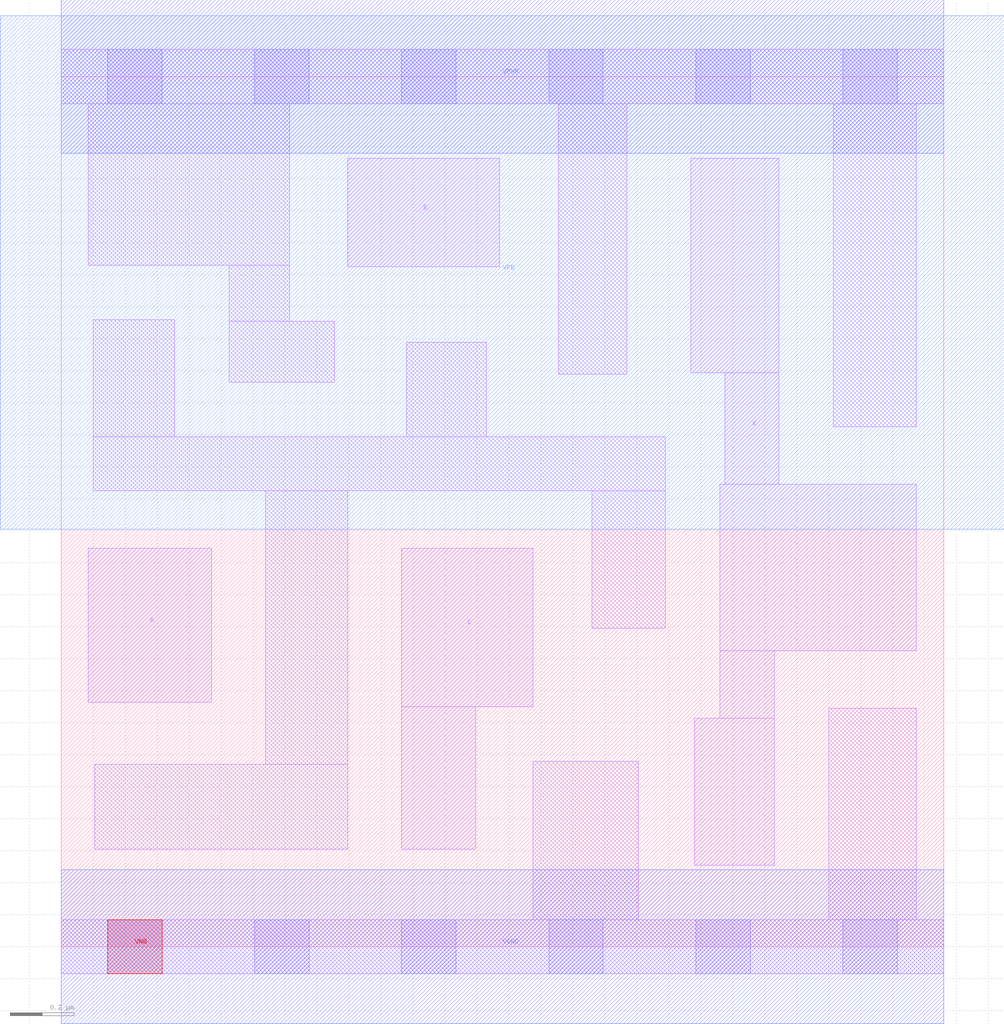
<source format=lef>
# Copyright 2020 The SkyWater PDK Authors
#
# Licensed under the Apache License, Version 2.0 (the "License");
# you may not use this file except in compliance with the License.
# You may obtain a copy of the License at
#
#     https://www.apache.org/licenses/LICENSE-2.0
#
# Unless required by applicable law or agreed to in writing, software
# distributed under the License is distributed on an "AS IS" BASIS,
# WITHOUT WARRANTIES OR CONDITIONS OF ANY KIND, either express or implied.
# See the License for the specific language governing permissions and
# limitations under the License.
#
# SPDX-License-Identifier: Apache-2.0

VERSION 5.7 ;
  NOWIREEXTENSIONATPIN ON ;
  DIVIDERCHAR "/" ;
  BUSBITCHARS "[]" ;
MACRO sky130_fd_sc_hd__and3_2
  CLASS CORE ;
  FOREIGN sky130_fd_sc_hd__and3_2 ;
  ORIGIN  0.000000  0.000000 ;
  SIZE  2.760000 BY  2.720000 ;
  SYMMETRY X Y R90 ;
  SITE unithd ;
  PIN A
    ANTENNAGATEAREA  0.126000 ;
    DIRECTION INPUT ;
    USE SIGNAL ;
    PORT
      LAYER li1 ;
        RECT 0.085000 0.765000 0.470000 1.245000 ;
    END
  END A
  PIN B
    ANTENNAGATEAREA  0.126000 ;
    DIRECTION INPUT ;
    USE SIGNAL ;
    PORT
      LAYER li1 ;
        RECT 0.895000 2.125000 1.370000 2.465000 ;
    END
  END B
  PIN C
    ANTENNAGATEAREA  0.126000 ;
    DIRECTION INPUT ;
    USE SIGNAL ;
    PORT
      LAYER li1 ;
        RECT 1.065000 0.305000 1.295000 0.750000 ;
        RECT 1.065000 0.750000 1.475000 1.245000 ;
    END
  END C
  PIN VNB
    PORT
      LAYER pwell ;
        RECT 0.145000 -0.085000 0.315000 0.085000 ;
    END
  END VNB
  PIN VPB
    PORT
      LAYER nwell ;
        RECT -0.190000 1.305000 2.950000 2.910000 ;
    END
  END VPB
  PIN X
    ANTENNADIFFAREA  0.445500 ;
    DIRECTION OUTPUT ;
    USE SIGNAL ;
    PORT
      LAYER li1 ;
        RECT 1.970000 1.795000 2.245000 2.465000 ;
        RECT 1.980000 0.255000 2.230000 0.715000 ;
        RECT 2.060000 0.715000 2.230000 0.925000 ;
        RECT 2.060000 0.925000 2.675000 1.445000 ;
        RECT 2.075000 1.445000 2.245000 1.795000 ;
    END
  END X
  PIN VGND
    DIRECTION INOUT ;
    SHAPE ABUTMENT ;
    USE GROUND ;
    PORT
      LAYER met1 ;
        RECT 0.000000 -0.240000 2.760000 0.240000 ;
    END
  END VGND
  PIN VPWR
    DIRECTION INOUT ;
    SHAPE ABUTMENT ;
    USE POWER ;
    PORT
      LAYER met1 ;
        RECT 0.000000 2.480000 2.760000 2.960000 ;
    END
  END VPWR
  OBS
    LAYER li1 ;
      RECT 0.000000 -0.085000 2.760000 0.085000 ;
      RECT 0.000000  2.635000 2.760000 2.805000 ;
      RECT 0.085000  2.130000 0.715000 2.635000 ;
      RECT 0.100000  1.425000 1.890000 1.595000 ;
      RECT 0.100000  1.595000 0.355000 1.960000 ;
      RECT 0.105000  0.305000 0.895000 0.570000 ;
      RECT 0.525000  1.765000 0.855000 1.955000 ;
      RECT 0.525000  1.955000 0.715000 2.130000 ;
      RECT 0.640000  0.570000 0.895000 1.425000 ;
      RECT 1.080000  1.595000 1.330000 1.890000 ;
      RECT 1.475000  0.085000 1.805000 0.580000 ;
      RECT 1.555000  1.790000 1.770000 2.635000 ;
      RECT 1.660000  0.995000 1.890000 1.425000 ;
      RECT 2.400000  0.085000 2.675000 0.745000 ;
      RECT 2.415000  1.625000 2.675000 2.635000 ;
    LAYER mcon ;
      RECT 0.145000 -0.085000 0.315000 0.085000 ;
      RECT 0.145000  2.635000 0.315000 2.805000 ;
      RECT 0.605000 -0.085000 0.775000 0.085000 ;
      RECT 0.605000  2.635000 0.775000 2.805000 ;
      RECT 1.065000 -0.085000 1.235000 0.085000 ;
      RECT 1.065000  2.635000 1.235000 2.805000 ;
      RECT 1.525000 -0.085000 1.695000 0.085000 ;
      RECT 1.525000  2.635000 1.695000 2.805000 ;
      RECT 1.985000 -0.085000 2.155000 0.085000 ;
      RECT 1.985000  2.635000 2.155000 2.805000 ;
      RECT 2.445000 -0.085000 2.615000 0.085000 ;
      RECT 2.445000  2.635000 2.615000 2.805000 ;
  END
END sky130_fd_sc_hd__and3_2
END LIBRARY

</source>
